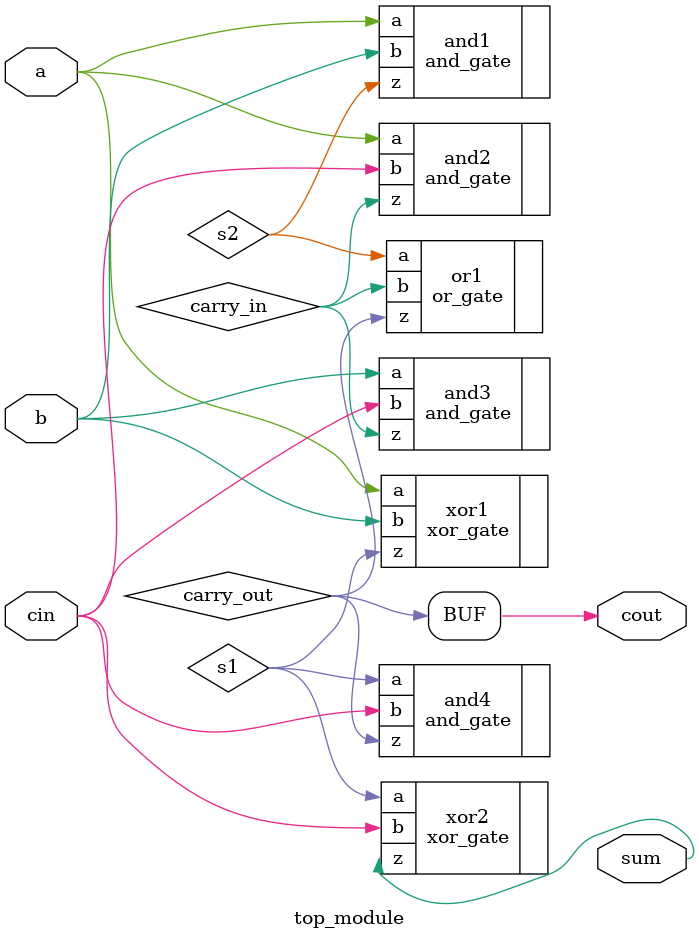
<source format=sv>
module top_module (
	input a,
	input b,
	input cin,
	output cout,
	output sum
);
	// Declare internal wire variables
	wire s1, s2, carry;

	// Instantiate XOR gates
	xor_gate xor1(.a(a), .b(b), .z(s1));
	xor_gate xor2(.a(s1), .b(cin), .z(sum));

	// Instantiate AND gates
	and_gate and1(.a(a), .b(b), .z(s2));
	and_gate and2(.a(a), .b(cin), .z(carry_in));
	and_gate and3(.a(b), .b(cin), .z(carry_in));
	and_gate and4(.a(s1), .b(cin), .z(carry_out));

	// Instantiate OR gate
	or_gate or1(.a(s2), .b(carry_in), .z(carry_out));

	// Assign outputs
	assign cout = carry_out;
endmodule

</source>
